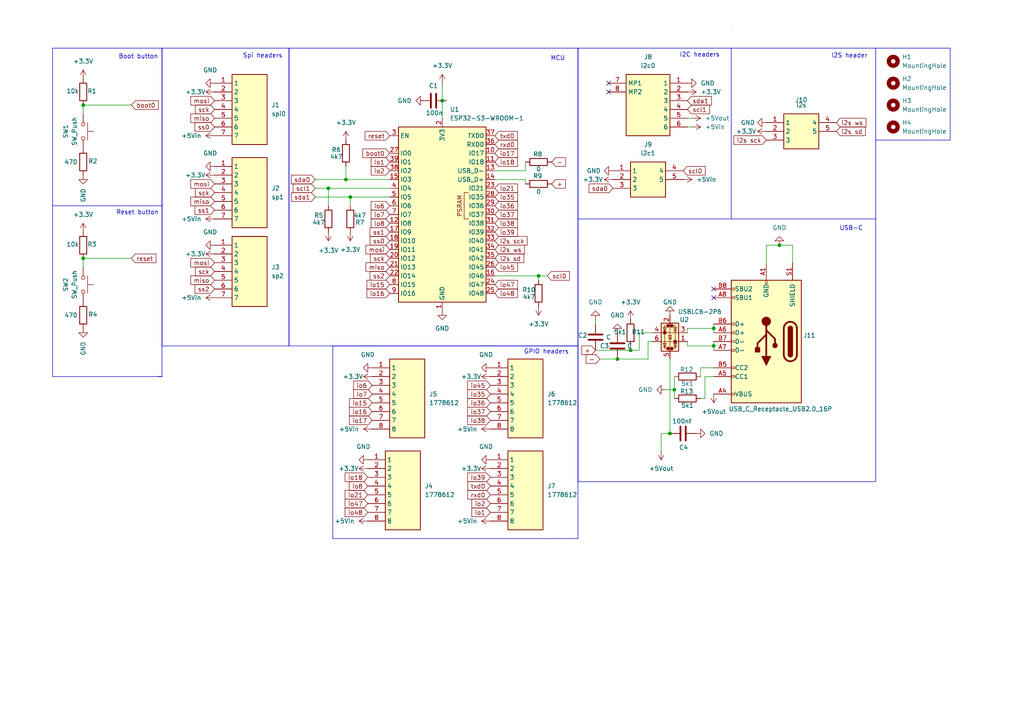
<source format=kicad_sch>
(kicad_sch (version 20231120) (generator "eeschema") (generator_version "8.0")
  (paper "A4")
  (junction (at 24.13 30.48))
  (junction (at 194.31 125.73))
  (junction (at 195.58 113.03))
  (junction (at 100.33 52.07))
  (junction (at 95.25 54.61))
  (junction (at 182.88 101.6))
  (junction (at 179.07 104.14))
  (junction (at 226.06 71.12))
  (junction (at 207.01 100.33))
  (junction (at 24.13 74.93))
  (junction (at 128.27 29.21))
  (junction (at 156.21 80.01))
  (junction (at 207.01 95.25))
  (junction (at 101.6 57.15))
  (no_connect (at 176.53 24.13))
  (no_connect (at 207.01 86.36))
  (no_connect (at 176.53 26.67))
  (no_connect (at 207.01 83.82))
  (wire (pts (xy 229.87 71.12) (xy 226.06 71.12)))
  (wire (pts (xy 179.07 104.14) (xy 187.96 104.14)))
  (wire (pts (xy 143.51 52.07) (xy 152.4 52.07)))
  (wire (pts (xy 182.88 101.6) (xy 185.42 101.6)))
  (wire (pts (xy 156.21 80.01) (xy 158.75 80.01)))
  (wire (pts (xy 229.87 76.2) (xy 229.87 71.12)))
  (polyline (pts (xy 15.24 59.69) (xy 15.24 109.22)))
  (wire (pts (xy 207.01 106.68) (xy 203.2 106.68)))
  (wire (pts (xy 199.39 100.33) (xy 199.39 99.06)))
  (polyline (pts (xy 167.64 71.12) (xy 167.64 139.7)))
  (wire (pts (xy 172.72 101.6) (xy 182.88 101.6)))
  (polyline (pts (xy 167.64 63.5) (xy 167.64 71.12)))
  (wire (pts (xy 193.04 113.03) (xy 195.58 113.03)))
  (wire (pts (xy 191.77 130.81) (xy 191.77 125.73)))
  (wire (pts (xy 207.01 100.33) (xy 207.01 101.6)))
  (wire (pts (xy 200.66 36.83) (xy 199.39 36.83)))
  (polyline (pts (xy 46.99 59.69) (xy 46.99 109.22)))
  (polyline (pts (xy 254 13.97) (xy 254 40.64)))
  (wire (pts (xy 172.72 92.71) (xy 172.72 93.98)))
  (wire (pts (xy 199.39 95.25) (xy 199.39 96.52)))
  (wire (pts (xy 195.58 113.03) (xy 195.58 115.57)))
  (wire (pts (xy 143.51 49.53) (xy 152.4 49.53)))
  (wire (pts (xy 207.01 93.98) (xy 207.01 95.25)))
  (wire (pts (xy 207.01 114.3) (xy 207.01 115.57)))
  (wire (pts (xy 187.96 104.14) (xy 187.96 99.06)))
  (wire (pts (xy 128.27 29.21) (xy 128.27 34.29)))
  (polyline (pts (xy 83.82 13.97) (xy 83.82 100.33)))
  (polyline (pts (xy 46.99 13.97) (xy 46.99 100.33)))
  (wire (pts (xy 95.25 54.61) (xy 113.03 54.61)))
  (polyline (pts (xy 15.24 13.97) (xy 46.99 13.97)))
  (wire (pts (xy 91.44 57.15) (xy 101.6 57.15)))
  (wire (pts (xy 24.13 74.93) (xy 38.1 74.93)))
  (wire (pts (xy 24.13 74.93) (xy 24.13 77.47)))
  (polyline (pts (xy 46.99 109.22) (xy 46.99 109.22)))
  (wire (pts (xy 194.31 125.73) (xy 191.77 125.73)))
  (polyline (pts (xy 83.82 13.97) (xy 46.99 13.97)))
  (polyline (pts (xy 96.52 156.21) (xy 96.52 100.33)))
  (wire (pts (xy 101.6 57.15) (xy 101.6 59.69)))
  (polyline (pts (xy 212.09 13.97) (xy 254 13.97)))
  (wire (pts (xy 182.88 100.33) (xy 182.88 101.6)))
  (wire (pts (xy 101.6 57.15) (xy 113.03 57.15)))
  (wire (pts (xy 24.13 30.48) (xy 24.13 33.02)))
  (polyline (pts (xy 254 13.97) (xy 275.59 13.97)))
  (polyline (pts (xy 160.02 156.21) (xy 96.52 156.21)))
  (wire (pts (xy 207.01 109.22) (xy 204.47 109.22)))
  (polyline (pts (xy 96.52 100.33) (xy 96.52 100.33)))
  (polyline (pts (xy 96.52 100.33) (xy 96.52 100.33)))
  (polyline (pts (xy 15.24 59.69) (xy 46.99 59.69)))
  (wire (pts (xy 152.4 49.53) (xy 152.4 46.99)))
  (polyline (pts (xy 83.82 100.33) (xy 167.64 100.33)))
  (wire (pts (xy 95.25 54.61) (xy 95.25 59.69)))
  (wire (pts (xy 121.92 29.21) (xy 123.19 29.21)))
  (polyline (pts (xy 167.64 63.5) (xy 167.64 13.97)))
  (wire (pts (xy 207.01 99.06) (xy 207.01 100.33)))
  (polyline (pts (xy 254 40.64) (xy 275.59 40.64)))
  (wire (pts (xy 204.47 115.57) (xy 203.2 115.57)))
  (wire (pts (xy 143.51 80.01) (xy 156.21 80.01)))
  (polyline (pts (xy 15.24 59.69) (xy 15.24 13.97)))
  (polyline (pts (xy 275.59 40.64) (xy 275.59 13.97)))
  (wire (pts (xy 200.66 34.29) (xy 199.39 34.29)))
  (wire (pts (xy 156.21 80.01) (xy 156.21 81.28)))
  (wire (pts (xy 189.23 96.52) (xy 185.42 96.52)))
  (polyline (pts (xy 46.99 100.33) (xy 83.82 100.33)))
  (wire (pts (xy 199.39 100.33) (xy 207.01 100.33)))
  (polyline (pts (xy 254 139.7) (xy 254 63.5)))
  (polyline (pts (xy 254 63.5) (xy 167.64 63.5)))
  (polyline (pts (xy 167.64 13.97) (xy 212.09 13.97)))
  (wire (pts (xy 194.31 104.14) (xy 194.31 125.73)))
  (polyline (pts (xy 212.09 13.97) (xy 212.09 63.5)))
  (polyline (pts (xy 160.02 156.21) (xy 167.64 156.21)))
  (polyline (pts (xy 46.99 109.22) (xy 45.72 109.22)))
  (wire (pts (xy 203.2 106.68) (xy 203.2 109.22)))
  (wire (pts (xy 100.33 52.07) (xy 113.03 52.07)))
  (wire (pts (xy 128.27 24.13) (xy 128.27 29.21)))
  (wire (pts (xy 173.99 104.14) (xy 179.07 104.14)))
  (polyline (pts (xy 46.99 13.97) (xy 46.99 59.69)))
  (wire (pts (xy 152.4 52.07) (xy 152.4 53.34)))
  (polyline (pts (xy 254 13.97) (xy 254 63.5)))
  (polyline (pts (xy 96.52 100.33) (xy 167.64 100.33)))
  (polyline (pts (xy 15.24 109.22) (xy 46.99 109.22)))
  (wire (pts (xy 100.33 48.26) (xy 100.33 52.07)))
  (wire (pts (xy 207.01 95.25) (xy 207.01 96.52)))
  (wire (pts (xy 204.47 109.22) (xy 204.47 115.57)))
  (wire (pts (xy 128.27 29.21) (xy 129.54 29.21)))
  (polyline (pts (xy 83.82 100.33) (xy 83.82 13.97)))
  (wire (pts (xy 185.42 96.52) (xy 185.42 101.6)))
  (wire (pts (xy 24.13 30.48) (xy 38.1 30.48)))
  (polyline (pts (xy 167.64 139.7) (xy 254 139.7)))
  (wire (pts (xy 226.06 71.12) (xy 222.25 71.12)))
  (polyline (pts (xy 83.82 13.97) (xy 167.64 13.97)))
  (wire (pts (xy 91.44 54.61) (xy 95.25 54.61)))
  (wire (pts (xy 199.39 95.25) (xy 207.01 95.25)))
  (wire (pts (xy 222.25 71.12) (xy 222.25 76.2)))
  (wire (pts (xy 195.58 109.22) (xy 195.58 113.03)))
  (wire (pts (xy 187.96 99.06) (xy 189.23 99.06)))
  (polyline (pts (xy 167.64 100.33) (xy 167.64 156.21)))
  (wire (pts (xy 91.44 52.07) (xy 100.33 52.07)))
  (polyline (pts (xy 167.64 100.33) (xy 167.64 13.97)))
  (rectangle (start 212.09 7.62) (end 212.09 7.62))
  (text "GPIO headers" (at 158.496 102.108 0) (effects (font (size 1.27 1.27))))
  (text "I2S header" (at 246.38 16.256 0) (effects (font (size 1.27 1.27))))
  (text "USB-C\n" (at 246.888 66.294 0) (effects (font (size 1.27 1.27))))
  (text "I2C headers" (at 202.946 16.002 0) (effects (font (size 1.27 1.27))))
  (text "Reset button" (at 39.878 61.722 0) (effects (font (size 1.27 1.27))))
  (text "Spi headers" (at 76.2 16.256 0) (effects (font (size 1.27 1.27))))
  (text "Boot button" (at 40.132 16.51 0) (effects (font (size 1.27 1.27))))
  (text "MCU" (at 161.798 17.018 0) (effects (font (size 1.27 1.27))))
  (global_label "io39" (shape input) (at 142.24 138.43 180) (property "Intersheetrefs" "${INTERSHEET_REFS}" (effects (hide yes))))
  (global_label "io7" (shape input) (at 113.03 62.23 180) (property "Intersheetrefs" "${INTERSHEET_REFS}" (effects (hide yes))))
  (global_label "sda1" (shape input) (at 91.44 57.15 180) (property "Intersheetrefs" "${INTERSHEET_REFS}" (effects (hide yes))))
  (global_label "io45" (shape input) (at 143.51 77.47 0) (property "Intersheetrefs" "${INTERSHEET_REFS}" (effects (hide yes))))
  (global_label "miso" (shape input) (at 62.23 34.29 180) (property "Intersheetrefs" "${INTERSHEET_REFS}" (effects (hide yes))))
  (global_label "io1" (shape input) (at 113.03 46.99 180) (property "Intersheetrefs" "${INTERSHEET_REFS}" (effects (hide yes))))
  (global_label "+" (shape input) (at 172.72 101.6 180) (property "Intersheetrefs" "${INTERSHEET_REFS}" (effects (hide yes))))
  (global_label "ss0" (shape input) (at 113.03 69.85 180) (property "Intersheetrefs" "${INTERSHEET_REFS}" (effects (hide yes))))
  (global_label "io17" (shape input) (at 107.95 121.92 180) (property "Intersheetrefs" "${INTERSHEET_REFS}" (effects (hide yes))))
  (global_label "sda0" (shape input) (at 91.44 52.07 180) (property "Intersheetrefs" "${INTERSHEET_REFS}" (effects (hide yes))))
  (global_label "io16" (shape input) (at 113.03 85.09 180) (property "Intersheetrefs" "${INTERSHEET_REFS}" (effects (hide yes))))
  (global_label "io36" (shape input) (at 142.24 116.84 180) (property "Intersheetrefs" "${INTERSHEET_REFS}" (effects (hide yes))))
  (global_label "io6" (shape input) (at 113.03 59.69 180) (property "Intersheetrefs" "${INTERSHEET_REFS}" (effects (hide yes))))
  (global_label "boot0" (shape input) (at 38.1 30.48 0) (property "Intersheetrefs" "${INTERSHEET_REFS}" (effects (hide yes))))
  (global_label "-" (shape input) (at 173.99 104.14 180) (property "Intersheetrefs" "${INTERSHEET_REFS}" (effects (hide yes))))
  (global_label "io15" (shape input) (at 107.95 116.84 180) (property "Intersheetrefs" "${INTERSHEET_REFS}" (effects (hide yes))))
  (global_label "scl1" (shape input) (at 91.44 54.61 180) (property "Intersheetrefs" "${INTERSHEET_REFS}" (effects (hide yes))))
  (global_label "io38" (shape input) (at 143.51 64.77 0) (property "Intersheetrefs" "${INTERSHEET_REFS}" (effects (hide yes))))
  (global_label "+" (shape input) (at 160.02 53.34 0) (property "Intersheetrefs" "${INTERSHEET_REFS}" (effects (hide yes))))
  (global_label "io21" (shape input) (at 143.51 54.61 0) (property "Intersheetrefs" "${INTERSHEET_REFS}" (effects (hide yes))))
  (global_label "i2s sd" (shape input) (at 242.57 38.1 0) (property "Intersheetrefs" "${INTERSHEET_REFS}" (effects (hide yes))))
  (global_label "rxd0" (shape input) (at 143.51 41.91 0) (property "Intersheetrefs" "${INTERSHEET_REFS}" (effects (hide yes))))
  (global_label "io39" (shape input) (at 143.51 67.31 0) (property "Intersheetrefs" "${INTERSHEET_REFS}" (effects (hide yes))))
  (global_label "io8" (shape input) (at 113.03 64.77 180) (property "Intersheetrefs" "${INTERSHEET_REFS}" (effects (hide yes))))
  (global_label "io18" (shape input) (at 143.51 46.99 0) (property "Intersheetrefs" "${INTERSHEET_REFS}" (effects (hide yes))))
  (global_label "scl0" (shape input) (at 158.75 80.01 0) (property "Intersheetrefs" "${INTERSHEET_REFS}" (effects (hide yes))))
  (global_label "sda1" (shape input) (at 199.39 29.21 0) (property "Intersheetrefs" "${INTERSHEET_REFS}" (effects (hide yes))))
  (global_label "-" (shape input) (at 160.02 46.99 0) (property "Intersheetrefs" "${INTERSHEET_REFS}" (effects (hide yes))))
  (global_label "ss2" (shape input) (at 113.03 80.01 180) (property "Intersheetrefs" "${INTERSHEET_REFS}" (effects (hide yes))))
  (global_label "ss1" (shape input) (at 113.03 67.31 180) (property "Intersheetrefs" "${INTERSHEET_REFS}" (effects (hide yes))))
  (global_label "txd0" (shape input) (at 142.24 140.97 180) (property "Intersheetrefs" "${INTERSHEET_REFS}" (effects (hide yes))))
  (global_label "io47" (shape input) (at 106.68 146.05 180) (property "Intersheetrefs" "${INTERSHEET_REFS}" (effects (hide yes))))
  (global_label "io37" (shape input) (at 142.24 119.38 180) (property "Intersheetrefs" "${INTERSHEET_REFS}" (effects (hide yes))))
  (global_label "mosi" (shape input) (at 62.23 76.2 180) (property "Intersheetrefs" "${INTERSHEET_REFS}" (effects (hide yes))))
  (global_label "reset" (shape input) (at 113.03 39.37 180) (property "Intersheetrefs" "${INTERSHEET_REFS}" (effects (hide yes))))
  (global_label "miso" (shape input) (at 62.23 81.28 180) (property "Intersheetrefs" "${INTERSHEET_REFS}" (effects (hide yes))))
  (global_label "io48" (shape input) (at 143.51 85.09 0) (property "Intersheetrefs" "${INTERSHEET_REFS}" (effects (hide yes))))
  (global_label "io35" (shape input) (at 142.24 114.3 180) (property "Intersheetrefs" "${INTERSHEET_REFS}" (effects (hide yes))))
  (global_label "miso" (shape input) (at 113.03 77.47 180) (property "Intersheetrefs" "${INTERSHEET_REFS}" (effects (hide yes))))
  (global_label "i2s ws" (shape input) (at 143.51 72.39 0) (property "Intersheetrefs" "${INTERSHEET_REFS}" (effects (hide yes))))
  (global_label "txd0" (shape input) (at 143.51 39.37 0) (property "Intersheetrefs" "${INTERSHEET_REFS}" (effects (hide yes))))
  (global_label "mosi" (shape input) (at 62.23 29.21 180) (property "Intersheetrefs" "${INTERSHEET_REFS}" (effects (hide yes))))
  (global_label "mosi" (shape input) (at 113.03 72.39 180) (property "Intersheetrefs" "${INTERSHEET_REFS}" (effects (hide yes))))
  (global_label "i2s sck" (shape input) (at 143.51 69.85 0) (property "Intersheetrefs" "${INTERSHEET_REFS}" (effects (hide yes))))
  (global_label "sda0" (shape input) (at 177.8 54.61 180) (property "Intersheetrefs" "${INTERSHEET_REFS}" (effects (hide yes))))
  (global_label "io21" (shape input) (at 106.68 143.51 180) (property "Intersheetrefs" "${INTERSHEET_REFS}" (effects (hide yes))))
  (global_label "i2s sck" (shape input) (at 222.25 40.64 180) (property "Intersheetrefs" "${INTERSHEET_REFS}" (effects (hide yes))))
  (global_label "scl1" (shape input) (at 199.39 31.75 0) (property "Intersheetrefs" "${INTERSHEET_REFS}" (effects (hide yes))))
  (global_label "io17" (shape input) (at 143.51 44.45 0) (property "Intersheetrefs" "${INTERSHEET_REFS}" (effects (hide yes))))
  (global_label "io35" (shape input) (at 143.51 57.15 0) (property "Intersheetrefs" "${INTERSHEET_REFS}" (effects (hide yes))))
  (global_label "sck" (shape input) (at 62.23 78.74 180) (property "Intersheetrefs" "${INTERSHEET_REFS}" (effects (hide yes))))
  (global_label "io1" (shape input) (at 142.24 148.59 180) (property "Intersheetrefs" "${INTERSHEET_REFS}" (effects (hide yes))))
  (global_label "io2" (shape input) (at 113.03 49.53 180) (property "Intersheetrefs" "${INTERSHEET_REFS}" (effects (hide yes))))
  (global_label "scl0" (shape input) (at 198.12 49.53 0) (property "Intersheetrefs" "${INTERSHEET_REFS}" (effects (hide yes))))
  (global_label "sck" (shape input) (at 113.03 74.93 180) (property "Intersheetrefs" "${INTERSHEET_REFS}" (effects (hide yes))))
  (global_label "ss1" (shape input) (at 62.23 60.96 180) (property "Intersheetrefs" "${INTERSHEET_REFS}" (effects (hide yes))))
  (global_label "ss2" (shape input) (at 62.23 83.82 180) (property "Intersheetrefs" "${INTERSHEET_REFS}" (effects (hide yes))))
  (global_label "mosi" (shape input) (at 62.23 53.34 180) (property "Intersheetrefs" "${INTERSHEET_REFS}" (effects (hide yes))))
  (global_label "i2s sd" (shape input) (at 143.51 74.93 0) (property "Intersheetrefs" "${INTERSHEET_REFS}" (effects (hide yes))))
  (global_label "io47" (shape input) (at 143.51 82.55 0) (property "Intersheetrefs" "${INTERSHEET_REFS}" (effects (hide yes))))
  (global_label "ss0" (shape input) (at 62.23 36.83 180) (property "Intersheetrefs" "${INTERSHEET_REFS}" (effects (hide yes))))
  (global_label "boot0" (shape input) (at 113.03 44.45 180) (property "Intersheetrefs" "${INTERSHEET_REFS}" (effects (hide yes))))
  (global_label "i2s ws" (shape input) (at 242.57 35.56 0) (property "Intersheetrefs" "${INTERSHEET_REFS}" (effects (hide yes))))
  (global_label "rxd0" (shape input) (at 142.24 143.51 180) (property "Intersheetrefs" "${INTERSHEET_REFS}" (effects (hide yes))))
  (global_label "miso" (shape input) (at 62.23 58.42 180) (property "Intersheetrefs" "${INTERSHEET_REFS}" (effects (hide yes))))
  (global_label "io7" (shape input) (at 107.95 114.3 180) (property "Intersheetrefs" "${INTERSHEET_REFS}" (effects (hide yes))))
  (global_label "io15" (shape input) (at 113.03 82.55 180) (property "Intersheetrefs" "${INTERSHEET_REFS}" (effects (hide yes))))
  (global_label "io38" (shape input) (at 142.24 121.92 180) (property "Intersheetrefs" "${INTERSHEET_REFS}" (effects (hide yes))))
  (global_label "io8" (shape input) (at 106.68 140.97 180) (property "Intersheetrefs" "${INTERSHEET_REFS}" (effects (hide yes))))
  (global_label "io48" (shape input) (at 106.68 148.59 180) (property "Intersheetrefs" "${INTERSHEET_REFS}" (effects (hide yes))))
  (global_label "io6" (shape input) (at 107.95 111.76 180) (property "Intersheetrefs" "${INTERSHEET_REFS}" (effects (hide yes))))
  (global_label "io45" (shape input) (at 142.24 111.76 180) (property "Intersheetrefs" "${INTERSHEET_REFS}" (effects (hide yes))))
  (global_label "io18" (shape input) (at 106.68 138.43 180) (property "Intersheetrefs" "${INTERSHEET_REFS}" (effects (hide yes))))
  (global_label "io36" (shape input) (at 143.51 59.69 0) (property "Intersheetrefs" "${INTERSHEET_REFS}" (effects (hide yes))))
  (global_label "io2" (shape input) (at 142.24 146.05 180) (property "Intersheetrefs" "${INTERSHEET_REFS}" (effects (hide yes))))
  (global_label "io37" (shape input) (at 143.51 62.23 0) (property "Intersheetrefs" "${INTERSHEET_REFS}" (effects (hide yes))))
  (global_label "sck" (shape input) (at 62.23 31.75 180) (property "Intersheetrefs" "${INTERSHEET_REFS}" (effects (hide yes))))
  (global_label "sck" (shape input) (at 62.23 55.88 180) (property "Intersheetrefs" "${INTERSHEET_REFS}" (effects (hide yes))))
  (global_label "reset" (shape input) (at 38.1 74.93 0) (property "Intersheetrefs" "${INTERSHEET_REFS}" (effects (hide yes))))
  (global_label "io16" (shape input) (at 107.95 119.38 180) (property "Intersheetrefs" "${INTERSHEET_REFS}" (effects (hide yes))))
  (symbol (lib_id "Mechanical:MountingHole") (at 259.08 17.78 0) (unit 1) (exclude_from_sim yes) (in_bom no)
    (property "Reference" "H1" (at 261.62 16.5099 0) (effects (justify left)))
    (property "Value" "MountingHole" (at 261.62 19.0499 0) (effects (justify left)))
    (property "Footprint" "MountingHole:MountingHole_3.2mm_M3" (effects (hide yes)))
    (property "Description" "Mounting Hole without connection" (effects (hide yes)))
  )
  (symbol (lib_id "power:+3.3V") (at 182.88 92.71 0) (unit 1)
    (property "Reference" "#PWR037" (effects (hide yes)))
    (property "Value" "+3.3V" (at 182.88 87.63 0))
    (property "Description" "Power symbol creates a global label with name \"+3.3V\"" (effects (hide yes)))
  )
  (symbol (lib_id "power:GND") (at 226.06 71.12 180) (unit 1)
    (property "Reference" "#PWR050" (effects (hide yes)))
    (property "Value" "GND" (at 226.06 66.04 0))
    (property "Description" "Power symbol creates a global label with name \"GND\" , ground" (effects (hide yes)))
  )
  (symbol (lib_id "Device:R") (at 199.39 115.57 90) (unit 1)
    (property "Reference" "R13" (at 199.136 113.538 90))
    (property "Value" "5k1" (at 199.39 117.602 90))
    (property "Footprint" "Resistor_SMD:R_1206_3216Metric_Pad1.30x1.75mm_HandSolder" (effects (hide yes)))
    (property "Description" "Resistor" (effects (hide yes)))
  )
  (symbol (lib_id "power:GND") (at 199.39 24.13 90) (unit 1)
    (property "Reference" "#PWR042" (effects (hide yes)))
    (property "Value" "GND" (at 203.2 24.1299 90) (effects (justify right)))
    (property "Description" "Power symbol creates a global label with name \"GND\" , ground" (effects (hide yes)))
  )
  (symbol (lib_id "power:+3.3V") (at 142.24 135.89 90) (unit 1)
    (property "Reference" "#PWR030" (effects (hide yes)))
    (property "Value" "+3.3V" (at 136.652 135.89 90))
    (property "Description" "Power symbol creates a global label with name \"+3.3V\"" (effects (hide yes)))
  )
  (symbol (lib_id "power:+3.3V") (at 24.13 67.31 0) (unit 1)
    (property "Reference" "#PWR03" (effects (hide yes)))
    (property "Value" "+3.3V" (at 24.13 62.23 0))
    (property "Description" "Power symbol creates a global label with name \"+3.3V\"" (effects (hide yes)))
  )
  (symbol (lib_id "power:GND") (at 62.23 24.13 270) (unit 1)
    (property "Reference" "#PWR05" (effects (hide yes)))
    (property "Value" "GND" (at 60.96 20.32 90))
    (property "Description" "Power symbol creates a global label with name \"GND\" , ground" (effects (hide yes)))
  )
  (symbol (lib_id "power:GND") (at 107.95 106.68 270) (unit 1)
    (property "Reference" "#PWR020" (effects (hide yes)))
    (property "Value" "GND" (at 106.68 102.87 90))
    (property "Description" "Power symbol creates a global label with name \"GND\" , ground" (effects (hide yes)))
  )
  (symbol (lib_id "power:GND") (at 24.13 95.25 0) (unit 1)
    (property "Reference" "#PWR04" (effects (hide yes)))
    (property "Value" "GND" (at 24.1299 99.06 90) (effects (justify right)))
    (property "Description" "Power symbol creates a global label with name \"GND\" , ground" (effects (hide yes)))
  )
  (symbol (lib_id "Power_Protection:USBLC6-2P6") (at 194.31 99.06 180) (unit 1)
    (property "Reference" "U2" (at 197.104 92.71 0) (effects (justify right)))
    (property "Value" "USBLC6-2P6" (at 196.596 90.424 0) (effects (justify right)))
    (property "Footprint" "Package_TO_SOT_SMD:SOT-666" (effects (hide yes)))
    (property "Datasheet" "https://www.st.com/resource/en/datasheet/usblc6-2.pdf" (effects (hide yes)))
    (property "Description" "Very low capacitance ESD protection diode, 2 data-line, SOT-666" (effects (hide yes)))
  )
  (symbol (lib_id "power:+5V") (at 142.24 124.46 90) (unit 1)
    (property "Reference" "#PWR028" (effects (hide yes)))
    (property "Value" "+5Vin" (at 138.43 124.4599 90) (effects (justify left)))
    (property "Description" "Power symbol creates a global label with name \"+5V\"" (effects (hide yes)))
  )
  (symbol (lib_id "power:+5V") (at 62.23 63.5 90) (unit 1)
    (property "Reference" "#PWR010" (effects (hide yes)))
    (property "Value" "+5Vin" (at 58.42 63.4999 90) (effects (justify left)))
    (property "Description" "Power symbol creates a global label with name \"+5V\"" (effects (hide yes)))
  )
  (symbol (lib_id "power:+5V") (at 200.66 36.83 270) (unit 1)
    (property "Reference" "#PWR045" (effects (hide yes)))
    (property "Value" "+5Vin" (at 204.47 36.8299 90) (effects (justify left)))
    (property "Description" "Power symbol creates a global label with name \"+5V\"" (effects (hide yes)))
  )
  (symbol (lib_id "Device:R") (at 156.21 53.34 90) (unit 1)
    (property "Reference" "R9" (at 155.956 51.054 90))
    (property "Value" "0" (at 156.21 55.626 90))
    (property "Footprint" "Resistor_SMD:R_1206_3216Metric_Pad1.30x1.75mm_HandSolder" (effects (hide yes)))
    (property "Description" "Resistor" (effects (hide yes)))
  )
  (symbol (lib_id "power:+5V") (at 106.68 151.13 90) (unit 1)
    (property "Reference" "#PWR019" (effects (hide yes)))
    (property "Value" "+5Vin" (at 102.87 151.1299 90) (effects (justify left)))
    (property "Description" "Power symbol creates a global label with name \"+5V\"" (effects (hide yes)))
  )
  (symbol (lib_id "power:+5V") (at 198.12 52.07 270) (unit 1)
    (property "Reference" "#PWR041" (effects (hide yes)))
    (property "Value" "+5Vin" (at 201.93 52.0699 90) (effects (justify left)))
    (property "Description" "Power symbol creates a global label with name \"+5V\"" (effects (hide yes)))
  )
  (symbol (lib_id "Mechanical:MountingHole") (at 259.08 36.83 0) (unit 1) (exclude_from_sim yes) (in_bom no)
    (property "Reference" "H4" (at 261.62 35.5599 0) (effects (justify left)))
    (property "Value" "MountingHole" (at 261.62 38.0999 0) (effects (justify left)))
    (property "Footprint" "MountingHole:MountingHole_3.2mm_M3" (effects (hide yes)))
    (property "Description" "Mounting Hole without connection" (effects (hide yes)))
  )
  (symbol (lib_id "Connector_pt_phoenix:1814948") (at 222.25 35.56 0) (unit 1)
    (property "Reference" "J10" (at 232.41 28.956 0))
    (property "Value" "i2s" (at 232.41 30.48 0))
    (property "Footprint" "Connector_pt_phoenix:1814948" (effects (hide yes)))
    (property "Datasheet" "http://www.phoenixcontact.com/de/produkte/1814948/pdf" (effects (hide yes)))
    (property "Description" "PCB header, nominal cross section: 0.5 mm?, color: white, nominal current: 6 A, rated voltage (III/2): 160 V, contact surface: Tin, type of contact: Male connector, Number of potentials: 5, Number of rows: 1, Number of positions per row: 5, number of connections: 5, product range: PTSM 0,5/..-HH-SMD WH, pitch: 2.5 mm, mounting: SMD soldering, pin layout: Linear pad geometry, Stecksystem: COMBICON COMPACT PTSM, Locking: without, type of packaging: 32 mm wide tape" (effects (hide yes)))
    (property "Height" "5.1" (effects (hide yes)))
    (property "Mouser Part Number" "651-1814948" (effects (hide yes)))
    (property "Mouser Price/Stock" "https://www.mouser.co.uk/ProductDetail/Phoenix-Contact/1814948?qs=eTPcRhULBzxggS8GURKAhQ%3D%3D" (effects (hide yes)))
    (property "Manufacturer_Name" "Phoenix Contact" (effects (hide yes)))
    (property "Manufacturer_Part_Number" "1814948" (effects (hide yes)))
  )
  (symbol (lib_id "Connector:USB_C_Receptacle_USB2.0_16P") (at 222.25 99.06 180) (unit 1)
    (property "Reference" "J11" (at 232.918 97.282 0) (effects (justify right)))
    (property "Value" "USB_C_Receptacle_USB2.0_16P" (at 211.328 118.618 0) (effects (justify right)))
    (property "Footprint" "Connector_USB:USB_C_Receptacle_G-Switch_GT-USB-7010ASV" (effects (hide yes)))
    (property "Datasheet" "https://www.usb.org/sites/default/files/documents/usb_type-c.zip" (effects (hide yes)))
    (property "Description" "USB 2.0-only 16P Type-C Receptacle connector" (effects (hide yes)))
  )
  (symbol (lib_id "Device:R") (at 156.21 85.09 0) (unit 1)
    (property "Reference" "R10" (at 153.416 84.074 0))
    (property "Value" "4k7" (at 153.416 86.106 0))
    (property "Footprint" "Resistor_SMD:R_1206_3216Metric_Pad1.30x1.75mm_HandSolder" (effects (hide yes)))
    (property "Description" "Resistor" (effects (hide yes)))
  )
  (symbol (lib_id "RF_Module:ESP32-S3-WROOM-1") (at 128.27 62.23 0) (unit 1)
    (property "Reference" "U1" (at 130.4641 31.75 0) (effects (justify left)))
    (property "Value" "ESP32-S3-WROOM-1" (at 130.4641 34.29 0) (effects (justify left)))
    (property "Footprint" "RF_Module:ESP32-S3-WROOM-1" (effects (hide yes)))
    (property "Datasheet" "https://www.espressif.com/sites/default/files/documentation/esp32-s3-wroom-1_wroom-1u_datasheet_en.pdf" (effects (hide yes)))
    (property "Description" "RF Module, ESP32-S3 SoC, Wi-Fi 802.11b/g/n, Bluetooth, BLE, 32-bit, 3.3V, onboard antenna, SMD" (effects (hide yes)))
  )
  (symbol (lib_id "power:+5V") (at 62.23 86.36 90) (unit 1)
    (property "Reference" "#PWR013" (effects (hide yes)))
    (property "Value" "+5Vin" (at 58.42 86.3599 90) (effects (justify left)))
    (property "Description" "Power symbol creates a global label with name \"+5V\"" (effects (hide yes)))
  )
  (symbol (lib_id "power:+3.3V") (at 95.25 67.31 180) (unit 1)
    (property "Reference" "#PWR014" (effects (hide yes)))
    (property "Value" "+3.3V" (at 95.25 72.644 0))
    (property "Description" "Power symbol creates a global label with name \"+3.3V\"" (effects (hide yes)))
  )
  (symbol (lib_id "power:GND") (at 201.93 125.73 90) (unit 1)
    (property "Reference" "#PWR046" (effects (hide yes)))
    (property "Value" "GND" (at 205.74 125.7301 90) (effects (justify right)))
    (property "Description" "Power symbol creates a global label with name \"GND\" , ground" (effects (hide yes)))
  )
  (symbol (lib_id "Device:C") (at 179.07 100.33 0) (unit 1)
    (property "Reference" "C3" (at 173.99 100.33 0) (effects (justify left)))
    (property "Value" "C" (at 181.864 100.33 0) (effects (justify left)))
    (property "Footprint" "Capacitor_SMD:C_1206_3216Metric_Pad1.33x1.80mm_HandSolder" (effects (hide yes)))
    (property "Description" "Unpolarized capacitor" (effects (hide yes)))
  )
  (symbol (lib_id "Connector_pt_phoenix:1778612") (at 106.68 133.35 0) (unit 1)
    (property "Reference" "J4" (at 123.19 140.9699 0) (effects (justify left)))
    (property "Value" "1778612" (at 123.19 143.5099 0) (effects (justify left)))
    (property "Footprint" "1778612" (effects (hide yes)))
    (property "Datasheet" "http://www.phoenixcontact.com/de/produkte/1778612/pdf" (effects (hide yes)))
    (property "Description" "PCB header, nominal cross section: 0.5 mm?, color: black, nominal current: 6 A, rated voltage (III/2): 160 V, contact surface: Tin, type of contact: Male connector, Number of potentials: 8, Number of rows: 1, Number of positions per row: 8, number of connections: 8, product range: PTSM 0,5/..-HV-THR, pitch: 2.5 mm, mounting: THR soldering, pin layout: Linear pinning, solder pin [P]: 2 mm, Stecksystem: COMBICON COMPACT PTSM, Locking: without, type of packaging: 44 mm wide tape" (effects (hide yes)))
    (property "Height" "7.65" (effects (hide yes)))
    (property "Manufacturer_Name" "Phoenix Contact" (effects (hide yes)))
    (property "Manufacturer_Part_Number" "1778612" (effects (hide yes)))
    (property "Mouser Part Number" "651-1778612" (effects (hide yes)))
    (property "Mouser Price/Stock" "https://www.mouser.co.uk/ProductDetail/Phoenix-Contact/1778612?qs=i0qWf6NAoDsKv%2FatecV0wA%3D%3D" (effects (hide yes)))
    (property "Arrow Part Number" "1778612" (effects (hide yes)))
    (property "Arrow Price/Stock" "https://www.arrow.com/en/products/1778612/phoenix-contact?region=nac" (effects (hide yes)))
  )
  (symbol (lib_id "power:+3.3V") (at 156.21 88.9 180) (unit 1)
    (property "Reference" "#PWR032" (effects (hide yes)))
    (property "Value" "+3.3V" (at 156.21 93.98 0))
    (property "Description" "Power symbol creates a global label with name \"+3.3V\"" (effects (hide yes)))
  )
  (symbol (lib_id "Device:R") (at 24.13 71.12 0) (unit 1)
    (property "Reference" "R3" (at 26.67 70.866 0))
    (property "Value" "10k" (at 21.082 70.866 0))
    (property "Footprint" "Resistor_SMD:R_1206_3216Metric_Pad1.30x1.75mm_HandSolder" (effects (hide yes)))
    (property "Description" "Resistor" (effects (hide yes)))
  )
  (symbol (lib_id "Device:R") (at 199.39 109.22 90) (unit 1)
    (property "Reference" "R12" (at 199.136 107.188 90))
    (property "Value" "5k1" (at 199.39 111.252 90))
    (property "Footprint" "Resistor_SMD:R_1206_3216Metric_Pad1.30x1.75mm_HandSolder" (effects (hide yes)))
    (property "Description" "Resistor" (effects (hide yes)))
  )
  (symbol (lib_id "power:GND") (at 62.23 48.26 270) (unit 1)
    (property "Reference" "#PWR08" (effects (hide yes)))
    (property "Value" "GND" (at 60.96 44.45 90))
    (property "Description" "Power symbol creates a global label with name \"GND\" , ground" (effects (hide yes)))
  )
  (symbol (lib_id "Device:C") (at 172.72 97.79 0) (unit 1)
    (property "Reference" "C2" (at 167.64 97.282 0) (effects (justify left)))
    (property "Value" "C" (at 175.768 97.79 0) (effects (justify left)))
    (property "Footprint" "Capacitor_SMD:C_1206_3216Metric_Pad1.33x1.80mm_HandSolder" (effects (hide yes)))
    (property "Description" "Unpolarized capacitor" (effects (hide yes)))
  )
  (symbol (lib_id "power:GND") (at 172.72 92.71 180) (unit 1)
    (property "Reference" "#PWR033" (effects (hide yes)))
    (property "Value" "GND" (at 172.72 87.63 0))
    (property "Description" "Power symbol creates a global label with name \"GND\" , ground" (effects (hide yes)))
  )
  (symbol (lib_id "power:+3.3V") (at 24.13 22.86 0) (unit 1)
    (property "Reference" "#PWR01" (effects (hide yes)))
    (property "Value" "+3.3V" (at 24.13 17.78 0))
    (property "Description" "Power symbol creates a global label with name \"+3.3V\"" (effects (hide yes)))
  )
  (symbol (lib_id "power:GND") (at 177.8 49.53 270) (unit 1)
    (property "Reference" "#PWR034" (effects (hide yes)))
    (property "Value" "GND" (at 172.212 49.53 90))
    (property "Description" "Power symbol creates a global label with name \"GND\" , ground" (effects (hide yes)))
  )
  (symbol (lib_id "Device:R") (at 24.13 26.67 0) (unit 1)
    (property "Reference" "R1" (at 26.67 26.416 0))
    (property "Value" "10k" (at 21.082 26.416 0))
    (property "Footprint" "Resistor_SMD:R_1206_3216Metric_Pad1.30x1.75mm_HandSolder" (effects (hide yes)))
    (property "Description" "Resistor" (effects (hide yes)))
  )
  (symbol (lib_id "power:+5V") (at 142.24 151.13 90) (unit 1)
    (property "Reference" "#PWR031" (effects (hide yes)))
    (property "Value" "+5Vin" (at 138.43 151.1299 90) (effects (justify left)))
    (property "Description" "Power symbol creates a global label with name \"+5V\"" (effects (hide yes)))
  )
  (symbol (lib_id "power:GND") (at 194.31 91.44 180) (unit 1)
    (property "Reference" "#PWR040" (effects (hide yes)))
    (property "Value" "GND" (at 194.31 87.63 0))
    (property "Description" "Power symbol creates a global label with name \"GND\" , ground" (effects (hide yes)))
  )
  (symbol (lib_id "Device:R") (at 156.21 46.99 90) (unit 1)
    (property "Reference" "R8" (at 155.956 44.704 90))
    (property "Value" "0" (at 156.21 49.022 90))
    (property "Footprint" "Resistor_SMD:R_1206_3216Metric_Pad1.30x1.75mm_HandSolder" (effects (hide yes)))
    (property "Description" "Resistor" (effects (hide yes)))
  )
  (symbol (lib_id "power:+3.3V") (at 199.39 26.67 270) (unit 1)
    (property "Reference" "#PWR043" (effects (hide yes)))
    (property "Value" "+3.3V" (at 203.2 26.6699 90) (effects (justify left)))
    (property "Description" "Power symbol creates a global label with name \"+3.3V\"" (effects (hide yes)))
  )
  (symbol (lib_id "Connector_pt_phoenix:1778612") (at 142.24 133.35 0) (unit 1)
    (property "Reference" "J7" (at 158.75 140.9699 0) (effects (justify left)))
    (property "Value" "1778612" (at 158.75 143.5099 0) (effects (justify left)))
    (property "Footprint" "1778612" (effects (hide yes)))
    (property "Datasheet" "http://www.phoenixcontact.com/de/produkte/1778612/pdf" (effects (hide yes)))
    (property "Description" "PCB header, nominal cross section: 0.5 mm?, color: black, nominal current: 6 A, rated voltage (III/2): 160 V, contact surface: Tin, type of contact: Male connector, Number of potentials: 8, Number of rows: 1, Number of positions per row: 8, number of connections: 8, product range: PTSM 0,5/..-HV-THR, pitch: 2.5 mm, mounting: THR soldering, pin layout: Linear pinning, solder pin [P]: 2 mm, Stecksystem: COMBICON COMPACT PTSM, Locking: without, type of packaging: 44 mm wide tape" (effects (hide yes)))
    (property "Height" "7.65" (effects (hide yes)))
    (property "Manufacturer_Name" "Phoenix Contact" (effects (hide yes)))
    (property "Manufacturer_Part_Number" "1778612" (effects (hide yes)))
    (property "Mouser Part Number" "651-1778612" (effects (hide yes)))
    (property "Mouser Price/Stock" "https://www.mouser.co.uk/ProductDetail/Phoenix-Contact/1778612?qs=i0qWf6NAoDsKv%2FatecV0wA%3D%3D" (effects (hide yes)))
    (property "Arrow Part Number" "1778612" (effects (hide yes)))
    (property "Arrow Price/Stock" "https://www.arrow.com/en/products/1778612/phoenix-contact?region=nac" (effects (hide yes)))
  )
  (symbol (lib_id "power:+3.3V") (at 222.25 38.1 90) (unit 1)
    (property "Reference" "#PWR049" (effects (hide yes)))
    (property "Value" "+3.3V" (at 216.408 38.1 90))
    (property "Description" "Power symbol creates a global label with name \"+3.3V\"" (effects (hide yes)))
  )
  (symbol (lib_id "Mechanical:MountingHole") (at 259.08 24.13 0) (unit 1) (exclude_from_sim yes) (in_bom no)
    (property "Reference" "H2" (at 261.62 22.8599 0) (effects (justify left)))
    (property "Value" "MountingHole" (at 261.62 25.3999 0) (effects (justify left)))
    (property "Footprint" "MountingHole:MountingHole_3.2mm_M3" (effects (hide yes)))
    (property "Description" "Mounting Hole without connection" (effects (hide yes)))
  )
  (symbol (lib_id "Device:R") (at 24.13 91.44 0) (unit 1)
    (property "Reference" "R4" (at 26.924 91.186 0))
    (property "Value" "470" (at 20.574 91.44 0))
    (property "Footprint" "Resistor_SMD:R_1206_3216Metric_Pad1.30x1.75mm_HandSolder" (effects (hide yes)))
    (property "Description" "Resistor" (effects (hide yes)))
  )
  (symbol (lib_id "Connector_pt_phoenix:1778609") (at 62.23 71.12 0) (unit 1)
    (property "Reference" "J3" (at 78.74 77.4699 0) (effects (justify left)))
    (property "Value" "sp2" (at 78.74 80.0099 0) (effects (justify left)))
    (property "Footprint" "1778609" (effects (hide yes)))
    (property "Datasheet" "http://www.phoenixcontact.com/de/produkte/1778609/pdf" (effects (hide yes)))
    (property "Description" "PCB header, nominal cross section: 0.5 mm?, color: black, nominal current: 6 A, rated voltage (III/2): 160 V, contact surface: Tin, type of contact: Male connector, Number of potentials: 7, Number of rows: 1, Number of positions per row: 7, number of connections: 7, product range: PTSM 0,5/..-HV-THR, pitch: 2.5 mm, mounting: THR soldering, pin layout: Linear pinning, solder pin [P]: 2 mm, Stecksystem: COMBICON COMPACT PTSM, Locking: without, type of packaging: 44 mm wide tape" (effects (hide yes)))
    (property "Height" "7.65" (effects (hide yes)))
    (property "Manufacturer_Name" "Phoenix Contact" (effects (hide yes)))
    (property "Manufacturer_Part_Number" "1778609" (effects (hide yes)))
    (property "Mouser Part Number" "651-1778609" (effects (hide yes)))
    (property "Mouser Price/Stock" "https://www.mouser.com/Search/Refine.aspx?Keyword=651-1778609" (effects (hide yes)))
  )
  (symbol (lib_id "Connector_pt_phoenix:1778612") (at 142.24 106.68 0) (unit 1)
    (property "Reference" "J6" (at 158.75 114.2999 0) (effects (justify left)))
    (property "Value" "1778612" (at 158.75 116.8399 0) (effects (justify left)))
    (property "Footprint" "1778612" (effects (hide yes)))
    (property "Datasheet" "http://www.phoenixcontact.com/de/produkte/1778612/pdf" (effects (hide yes)))
    (property "Description" "PCB header, nominal cross section: 0.5 mm?, color: black, nominal current: 6 A, rated voltage (III/2): 160 V, contact surface: Tin, type of contact: Male connector, Number of potentials: 8, Number of rows: 1, Number of positions per row: 8, number of connections: 8, product range: PTSM 0,5/..-HV-THR, pitch: 2.5 mm, mounting: THR soldering, pin layout: Linear pinning, solder pin [P]: 2 mm, Stecksystem: COMBICON COMPACT PTSM, Locking: without, type of packaging: 44 mm wide tape" (effects (hide yes)))
    (property "Height" "7.65" (effects (hide yes)))
    (property "Manufacturer_Name" "Phoenix Contact" (effects (hide yes)))
    (property "Manufacturer_Part_Number" "1778612" (effects (hide yes)))
    (property "Mouser Part Number" "651-1778612" (effects (hide yes)))
    (property "Mouser Price/Stock" "https://www.mouser.co.uk/ProductDetail/Phoenix-Contact/1778612?qs=i0qWf6NAoDsKv%2FatecV0wA%3D%3D" (effects (hide yes)))
    (property "Arrow Part Number" "1778612" (effects (hide yes)))
    (property "Arrow Price/Stock" "https://www.arrow.com/en/products/1778612/phoenix-contact?region=nac" (effects (hide yes)))
  )
  (symbol (lib_id "power:GND") (at 142.24 106.68 270) (unit 1)
    (property "Reference" "#PWR026" (effects (hide yes)))
    (property "Value" "GND" (at 140.97 102.87 90))
    (property "Description" "Power symbol creates a global label with name \"GND\" , ground" (effects (hide yes)))
  )
  (symbol (lib_id "Connector_pt_phoenix:1814948") (at 177.8 49.53 0) (unit 1)
    (property "Reference" "J9" (at 187.96 41.91 0))
    (property "Value" "i2c1" (at 187.96 44.45 0))
    (property "Footprint" "Connector_pt_phoenix:1814948" (effects (hide yes)))
    (property "Datasheet" "http://www.phoenixcontact.com/de/produkte/1814948/pdf" (effects (hide yes)))
    (property "Description" "PCB header, nominal cross section: 0.5 mm?, color: white, nominal current: 6 A, rated voltage (III/2): 160 V, contact surface: Tin, type of contact: Male connector, Number of potentials: 5, Number of rows: 1, Number of positions per row: 5, number of connections: 5, product range: PTSM 0,5/..-HH-SMD WH, pitch: 2.5 mm, mounting: SMD soldering, pin layout: Linear pad geometry, Stecksystem: COMBICON COMPACT PTSM, Locking: without, type of packaging: 32 mm wide tape" (effects (hide yes)))
    (property "Height" "5.1" (effects (hide yes)))
    (property "Mouser Part Number" "651-1814948" (effects (hide yes)))
    (property "Mouser Price/Stock" "https://www.mouser.co.uk/ProductDetail/Phoenix-Contact/1814948?qs=eTPcRhULBzxggS8GURKAhQ%3D%3D" (effects (hide yes)))
    (property "Manufacturer_Name" "Phoenix Contact" (effects (hide yes)))
    (property "Manufacturer_Part_Number" "1814948" (effects (hide yes)))
  )
  (symbol (lib_id "Connector_pt_phoenix:1814951") (at 176.53 24.13 0) (unit 1)
    (property "Reference" "J8" (at 187.96 16.51 0))
    (property "Value" "i2c0" (at 187.96 19.05 0))
    (property "Footprint" "Connector_pt_phoenix:1814951" (effects (hide yes)))
    (property "Datasheet" "https://www.phoenixcontact.com/en-in/products/pcb-header-ptsm-05-6-hh0-25-smd-wh-r44-1814951" (effects (hide yes)))
    (property "Description" "PCB header, nominal cross section: 0.5 mm?, color: white, nominal current: 6 A, rated voltage (III/2): 160 V, contact surface: Tin, type of contact: Male connector, Number of potentials: 6, Number of rows: 1, Number of positions per row: 6, number of connections: 6, product range: PTSM 0,5/..-HH-SMD WH, pitch: 2.5 mm, mounting: SMD soldering, pin layout: Linear pad geometry, Stecksystem: COMBICON COMPACT PTSM, Locking: without, type of packaging: 44 mm wide tape" (effects (hide yes)))
    (property "Height" "5.1" (effects (hide yes)))
    (property "Manufacturer_Name" "Phoenix Contact" (effects (hide yes)))
    (property "Manufacturer_Part_Number" "1814951" (effects (hide yes)))
    (property "Mouser Part Number" "651-1814951" (effects (hide yes)))
    (property "Mouser Price/Stock" "https://www.mouser.co.uk/ProductDetail/Phoenix-Contact/1814951?qs=eTPcRhULBzz98OWW2TOMKg%3D%3D" (effects (hide yes)))
    (property "Arrow Part Number" "1814951" (effects (hide yes)))
    (property "Arrow Price/Stock" "https://www.arrow.com/en/products/1814951/phoenix-contact?region=nac" (effects (hide yes)))
  )
  (symbol (lib_id "power:+3.3V") (at 62.23 26.67 90) (unit 1)
    (property "Reference" "#PWR06" (effects (hide yes)))
    (property "Value" "+3.3V" (at 56.642 26.67 90))
    (property "Description" "Power symbol creates a global label with name \"+3.3V\"" (effects (hide yes)))
  )
  (symbol (lib_id "Switch:SW_Push") (at 24.13 38.1 270) (unit 1)
    (property "Reference" "SW1" (at 19.05 38.1 0))
    (property "Value" "SW_Push" (at 21.59 38.1 0))
    (property "Footprint" "Capacitor_SMD:C_1206_3216Metric_Pad1.33x1.80mm_HandSolder" (effects (hide yes)))
    (property "Description" "Push button switch, generic, two pins" (effects (hide yes)))
  )
  (symbol (lib_id "power:GND") (at 142.24 133.35 270) (unit 1)
    (property "Reference" "#PWR029" (effects (hide yes)))
    (property "Value" "GND" (at 140.97 129.54 90))
    (property "Description" "Power symbol creates a global label with name \"GND\" , ground" (effects (hide yes)))
  )
  (symbol (lib_id "power:+5V") (at 62.23 39.37 90) (unit 1)
    (property "Reference" "#PWR07" (effects (hide yes)))
    (property "Value" "+5Vin" (at 58.42 39.3699 90) (effects (justify left)))
    (property "Description" "Power symbol creates a global label with name \"+5V\"" (effects (hide yes)))
  )
  (symbol (lib_id "power:GND") (at 24.13 50.8 0) (unit 1)
    (property "Reference" "#PWR02" (effects (hide yes)))
    (property "Value" "GND" (at 24.1299 54.61 90) (effects (justify right)))
    (property "Description" "Power symbol creates a global label with name \"GND\" , ground" (effects (hide yes)))
  )
  (symbol (lib_id "power:+3.3V") (at 177.8 52.07 90) (unit 1)
    (property "Reference" "#PWR035" (effects (hide yes)))
    (property "Value" "+3.3V" (at 171.958 52.07 90))
    (property "Description" "Power symbol creates a global label with name \"+3.3V\"" (effects (hide yes)))
  )
  (symbol (lib_id "power:+3.3V") (at 62.23 73.66 90) (unit 1)
    (property "Reference" "#PWR012" (effects (hide yes)))
    (property "Value" "+3.3V" (at 56.642 73.66 90))
    (property "Description" "Power symbol creates a global label with name \"+3.3V\"" (effects (hide yes)))
  )
  (symbol (lib_id "power:GND") (at 193.04 113.03 270) (unit 1)
    (property "Reference" "#PWR039" (effects (hide yes)))
    (property "Value" "GND" (at 189.23 113.0299 90) (effects (justify right)))
    (property "Description" "Power symbol creates a global label with name \"GND\" , ground" (effects (hide yes)))
  )
  (symbol (lib_id "power:+3.3V") (at 106.68 135.89 90) (unit 1)
    (property "Reference" "#PWR018" (effects (hide yes)))
    (property "Value" "+3.3V" (at 101.092 135.89 90))
    (property "Description" "Power symbol creates a global label with name \"+3.3V\"" (effects (hide yes)))
  )
  (symbol (lib_id "Device:R") (at 95.25 63.5 0) (unit 1)
    (property "Reference" "R5" (at 92.456 62.484 0))
    (property "Value" "4k7" (at 92.456 64.516 0))
    (property "Footprint" "Resistor_SMD:R_1206_3216Metric_Pad1.30x1.75mm_HandSolder" (effects (hide yes)))
    (property "Description" "Resistor" (effects (hide yes)))
  )
  (symbol (lib_id "Switch:SW_Push") (at 24.13 82.55 270) (unit 1)
    (property "Reference" "SW2" (at 19.05 82.55 0))
    (property "Value" "SW_Push" (at 21.59 82.55 0))
    (property "Footprint" "Capacitor_SMD:C_1206_3216Metric_Pad1.33x1.80mm_HandSolder" (effects (hide yes)))
    (property "Description" "Push button switch, generic, two pins" (effects (hide yes)))
  )
  (symbol (lib_id "power:+3.3V") (at 101.6 67.31 180) (unit 1)
    (property "Reference" "#PWR016" (effects (hide yes)))
    (property "Value" "+3.3V" (at 101.6 72.39 0))
    (property "Description" "Power symbol creates a global label with name \"+3.3V\"" (effects (hide yes)))
  )
  (symbol (lib_id "power:GND") (at 179.07 96.52 180) (unit 1)
    (property "Reference" "#PWR036" (effects (hide yes)))
    (property "Value" "GND" (at 179.07 91.44 0))
    (property "Description" "Power symbol creates a global label with name \"GND\" , ground" (effects (hide yes)))
  )
  (symbol (lib_id "power:+5V") (at 207.01 114.3 180) (unit 1)
    (property "Reference" "#PWR047" (effects (hide yes)))
    (property "Value" "+5Vout" (at 207.01 119.38 0))
    (property "Description" "Power symbol creates a global label with name \"+5V\"" (effects (hide yes)))
  )
  (symbol (lib_id "power:+5V") (at 191.77 130.81 180) (unit 1)
    (property "Reference" "#PWR038" (effects (hide yes)))
    (property "Value" "+5Vout" (at 191.77 135.89 0))
    (property "Description" "Power symbol creates a global label with name \"+5V\"" (effects (hide yes)))
  )
  (symbol (lib_id "power:+3.3V") (at 107.95 109.22 90) (unit 1)
    (property "Reference" "#PWR021" (effects (hide yes)))
    (property "Value" "+3.3V" (at 102.362 109.22 90))
    (property "Description" "Power symbol creates a global label with name \"+3.3V\"" (effects (hide yes)))
  )
  (symbol (lib_id "Mechanical:MountingHole") (at 259.08 30.48 0) (unit 1) (exclude_from_sim yes) (in_bom no)
    (property "Reference" "H3" (at 261.62 29.2099 0) (effects (justify left)))
    (property "Value" "MountingHole" (at 261.62 31.7499 0) (effects (justify left)))
    (property "Footprint" "MountingHole:MountingHole_3.2mm_M3" (effects (hide yes)))
    (property "Description" "Mounting Hole without connection" (effects (hide yes)))
  )
  (symbol (lib_id "power:GND") (at 62.23 71.12 270) (unit 1)
    (property "Reference" "#PWR011" (effects (hide yes)))
    (property "Value" "GND" (at 60.96 67.31 90))
    (property "Description" "Power symbol creates a global label with name \"GND\" , ground" (effects (hide yes)))
  )
  (symbol (lib_id "power:+3.3V") (at 128.27 24.13 0) (unit 1)
    (property "Reference" "#PWR024" (effects (hide yes)))
    (property "Value" "+3.3V" (at 128.27 19.05 0))
    (property "Description" "Power symbol creates a global label with name \"+3.3V\"" (effects (hide yes)))
  )
  (symbol (lib_id "Device:R") (at 101.6 63.5 180) (unit 1)
    (property "Reference" "R7" (at 104.394 64.516 0))
    (property "Value" "4k7" (at 104.394 62.484 0))
    (property "Footprint" "Resistor_SMD:R_1206_3216Metric_Pad1.30x1.75mm_HandSolder" (effects (hide yes)))
    (property "Description" "Resistor" (effects (hide yes)))
  )
  (symbol (lib_id "power:+5V") (at 107.95 124.46 90) (unit 1)
    (property "Reference" "#PWR022" (effects (hide yes)))
    (property "Value" "+5Vin" (at 104.14 124.4599 90) (effects (justify left)))
    (property "Description" "Power symbol creates a global label with name \"+5V\"" (effects (hide yes)))
  )
  (symbol (lib_id "power:GND") (at 106.68 133.35 270) (unit 1)
    (property "Reference" "#PWR017" (effects (hide yes)))
    (property "Value" "GND" (at 105.41 129.54 90))
    (property "Description" "Power symbol creates a global label with name \"GND\" , ground" (effects (hide yes)))
  )
  (symbol (lib_id "Device:R") (at 100.33 44.45 0) (unit 1)
    (property "Reference" "R6" (at 97.536 43.434 0))
    (property "Value" "4k7" (at 97.536 45.466 0))
    (property "Footprint" "Resistor_SMD:R_1206_3216Metric_Pad1.30x1.75mm_HandSolder" (effects (hide yes)))
    (property "Description" "Resistor" (effects (hide yes)))
  )
  (symbol (lib_id "Connector_pt_phoenix:1778609") (at 62.23 24.13 0) (unit 1)
    (property "Reference" "J1" (at 78.74 30.4799 0) (effects (justify left)))
    (property "Value" "spi0" (at 78.74 33.0199 0) (effects (justify left)))
    (property "Footprint" "1778609" (effects (hide yes)))
    (property "Datasheet" "http://www.phoenixcontact.com/de/produkte/1778609/pdf" (effects (hide yes)))
    (property "Description" "PCB header, nominal cross section: 0.5 mm?, color: black, nominal current: 6 A, rated voltage (III/2): 160 V, contact surface: Tin, type of contact: Male connector, Number of potentials: 7, Number of rows: 1, Number of positions per row: 7, number of connections: 7, product range: PTSM 0,5/..-HV-THR, pitch: 2.5 mm, mounting: THR soldering, pin layout: Linear pinning, solder pin [P]: 2 mm, Stecksystem: COMBICON COMPACT PTSM, Locking: without, type of packaging: 44 mm wide tape" (effects (hide yes)))
    (property "Height" "7.65" (effects (hide yes)))
    (property "Manufacturer_Name" "Phoenix Contact" (effects (hide yes)))
    (property "Manufacturer_Part_Number" "1778609" (effects (hide yes)))
    (property "Mouser Part Number" "651-1778609" (effects (hide yes)))
    (property "Mouser Price/Stock" "https://www.mouser.com/Search/Refine.aspx?Keyword=651-1778609" (effects (hide yes)))
  )
  (symbol (lib_id "power:GND") (at 123.19 29.21 270) (unit 1)
    (property "Reference" "#PWR023" (effects (hide yes)))
    (property "Value" "GND" (at 119.38 29.2099 90) (effects (justify right)))
    (property "Description" "Power symbol creates a global label with name \"GND\" , ground" (effects (hide yes)))
  )
  (symbol (lib_id "Device:R") (at 182.88 96.52 0) (unit 1)
    (property "Reference" "R11" (at 185.166 96.266 0))
    (property "Value" "5k1" (at 179.832 96.266 0))
    (property "Footprint" "Resistor_SMD:R_1206_3216Metric_Pad1.30x1.75mm_HandSolder" (effects (hide yes)))
    (property "Description" "Resistor" (effects (hide yes)))
  )
  (symbol (lib_id "Connector_pt_phoenix:1778612") (at 107.95 106.68 0) (unit 1)
    (property "Reference" "J5" (at 124.46 114.2999 0) (effects (justify left)))
    (property "Value" "1778612" (at 124.46 116.8399 0) (effects (justify left)))
    (property "Footprint" "1778612" (effects (hide yes)))
    (property "Datasheet" "http://www.phoenixcontact.com/de/produkte/1778612/pdf" (effects (hide yes)))
    (property "Description" "PCB header, nominal cross section: 0.5 mm?, color: black, nominal current: 6 A, rated voltage (III/2): 160 V, contact surface: Tin, type of contact: Male connector, Number of potentials: 8, Number of rows: 1, Number of positions per row: 8, number of connections: 8, product range: PTSM 0,5/..-HV-THR, pitch: 2.5 mm, mounting: THR soldering, pin layout: Linear pinning, solder pin [P]: 2 mm, Stecksystem: COMBICON COMPACT PTSM, Locking: without, type of packaging: 44 mm wide tape" (effects (hide yes)))
    (property "Height" "7.65" (effects (hide yes)))
    (property "Manufacturer_Name" "Phoenix Contact" (effects (hide yes)))
    (property "Manufacturer_Part_Number" "1778612" (effects (hide yes)))
    (property "Mouser Part Number" "651-1778612" (effects (hide yes)))
    (property "Mouser Price/Stock" "https://www.mouser.co.uk/ProductDetail/Phoenix-Contact/1778612?qs=i0qWf6NAoDsKv%2FatecV0wA%3D%3D" (effects (hide yes)))
    (property "Arrow Part Number" "1778612" (effects (hide yes)))
    (property "Arrow Price/Stock" "https://www.arrow.com/en/products/1778612/phoenix-contact?region=nac" (effects (hide yes)))
  )
  (symbol (lib_id "power:+3.3V") (at 100.33 40.64 0) (unit 1)
    (property "Reference" "#PWR015" (effects (hide yes)))
    (property "Value" "+3.3V" (at 100.33 35.56 0))
    (property "Description" "Power symbol creates a global label with name \"+3.3V\"" (effects (hide yes)))
  )
  (symbol (lib_id "power:GND") (at 128.27 90.17 0) (unit 1)
    (property "Reference" "#PWR025" (effects (hide yes)))
    (property "Value" "GND" (at 128.27 95.25 0))
    (property "Description" "Power symbol creates a global label with name \"GND\" , ground" (effects (hide yes)))
  )
  (symbol (lib_id "power:+3.3V") (at 142.24 109.22 90) (unit 1)
    (property "Reference" "#PWR027" (effects (hide yes)))
    (property "Value" "+3.3V" (at 136.652 109.22 90))
    (property "Description" "Power symbol creates a global label with name \"+3.3V\"" (effects (hide yes)))
  )
  (symbol (lib_id "Connector_pt_phoenix:1778609") (at 62.23 48.26 0) (unit 1)
    (property "Reference" "J2" (at 78.74 54.6099 0) (effects (justify left)))
    (property "Value" "sp1" (at 78.74 57.1499 0) (effects (justify left)))
    (property "Footprint" "1778609" (effects (hide yes)))
    (property "Datasheet" "http://www.phoenixcontact.com/de/produkte/1778609/pdf" (effects (hide yes)))
    (property "Description" "PCB header, nominal cross section: 0.5 mm?, color: black, nominal current: 6 A, rated voltage (III/2): 160 V, contact surface: Tin, type of contact: Male connector, Number of potentials: 7, Number of rows: 1, Number of positions per row: 7, number of connections: 7, product range: PTSM 0,5/..-HV-THR, pitch: 2.5 mm, mounting: THR soldering, pin layout: Linear pinning, solder pin [P]: 2 mm, Stecksystem: COMBICON COMPACT PTSM, Locking: without, type of packaging: 44 mm wide tape" (effects (hide yes)))
    (property "Height" "7.65" (effects (hide yes)))
    (property "Manufacturer_Name" "Phoenix Contact" (effects (hide yes)))
    (property "Manufacturer_Part_Number" "1778609" (effects (hide yes)))
    (property "Mouser Part Number" "651-1778609" (effects (hide yes)))
    (property "Mouser Price/Stock" "https://www.mouser.com/Search/Refine.aspx?Keyword=651-1778609" (effects (hide yes)))
  )
  (symbol (lib_id "Device:C") (at 125.73 29.21 90) (unit 1)
    (property "Reference" "C1" (at 125.73 24.892 90))
    (property "Value" "100n" (at 125.984 32.766 90))
    (property "Footprint" "Capacitor_SMD:C_1206_3216Metric_Pad1.33x1.80mm_HandSolder" (effects (hide yes)))
    (property "Description" "Unpolarized capacitor" (effects (hide yes)))
  )
  (symbol (lib_id "power:+3.3V") (at 62.23 50.8 90) (unit 1)
    (property "Reference" "#PWR09" (effects (hide yes)))
    (property "Value" "+3.3V" (at 56.642 50.8 90))
    (property "Description" "Power symbol creates a global label with name \"+3.3V\"" (effects (hide yes)))
  )
  (symbol (lib_id "Device:R") (at 24.13 46.99 0) (unit 1)
    (property "Reference" "R2" (at 26.924 46.736 0))
    (property "Value" "470" (at 20.574 46.99 0))
    (property "Footprint" "Resistor_SMD:R_1206_3216Metric_Pad1.30x1.75mm_HandSolder" (effects (hide yes)))
    (property "Description" "Resistor" (effects (hide yes)))
  )
  (symbol (lib_id "power:+5V") (at 200.66 34.29 270) (unit 1)
    (property "Reference" "#PWR044" (effects (hide yes)))
    (property "Value" "+5Vout" (at 204.47 34.2899 90) (effects (justify left)))
    (property "Description" "Power symbol creates a global label with name \"+5V\"" (effects (hide yes)))
  )
  (symbol (lib_id "power:GND") (at 222.25 35.56 270) (unit 1)
    (property "Reference" "#PWR048" (effects (hide yes)))
    (property "Value" "GND" (at 216.916 35.56 90))
    (property "Description" "Power symbol creates a global label with name \"GND\" , ground" (effects (hide yes)))
  )
  (symbol (lib_id "Device:C") (at 198.12 125.73 90) (unit 1)
    (property "Reference" "C4" (at 199.644 129.794 90) (effects (justify left)))
    (property "Value" "100nf" (at 200.66 122.174 90) (effects (justify left)))
    (property "Footprint" "Capacitor_SMD:C_1206_3216Metric_Pad1.33x1.80mm_HandSolder" (effects (hide yes)))
    (property "Description" "Unpolarized capacitor" (effects (hide yes)))
  )
)
</source>
